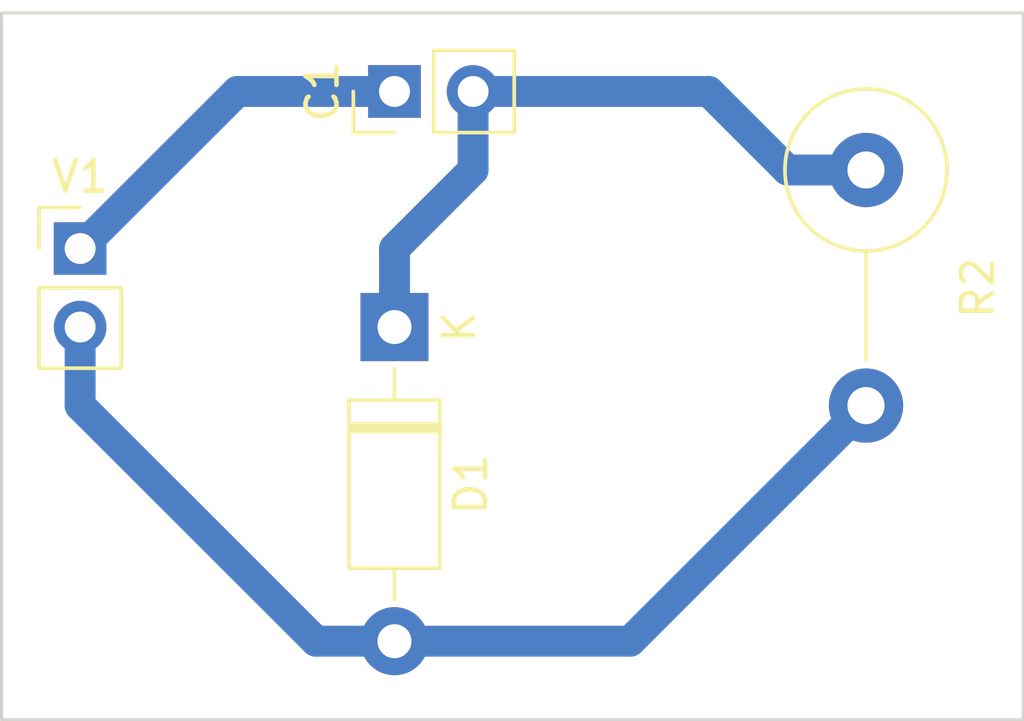
<source format=kicad_pcb>
(kicad_pcb (version 20240108) (generator "pcbnew") (generator_version "8.0")
  (layers (0 "F.Cu" signal) (31 "B.Cu" signal) (34 "B.Paste" user) (35 "F.Paste" user) (36 "B.SilkS" user "B.Silkscreen") (37 "F.SilkS" user "F.Silkscreen") (38 "B.Mask" user) (39 "F.Mask" user) (44 "Edge.Cuts" user))
  (net 0 "")
  (net 1 "Net-(D1-K)")
  (net 2 "Net-(C1-Pad1)")
  (net 3 "GND")
  (footprint "Connector_PinHeader_2.54mm:PinHeader_1x02_P2.54mm_Vertical" (layer "F.Cu") (at 20.32 22.86)
    (property "Reference" "V1" (at 0 -2.33 360) (layer "F.SilkS"))
    (property "Value" "VSIN")
    (fp_line (start -1.33 -1.33) (end 0 -1.33) (stroke (width 0.12)) (layer "F.SilkS"))
    (fp_line (start -1.33 0) (end -1.33 -1.33) (stroke (width 0.12)) (layer "F.SilkS"))
    (fp_line (start -1.33 1.27) (end -1.33 3.87) (stroke (width 0.12)) (layer "F.SilkS"))
    (fp_line (start -1.33 1.27) (end 1.33 1.27) (stroke (width 0.12)) (layer "F.SilkS"))
    (fp_line (start -1.33 3.87) (end 1.33 3.87) (stroke (width 0.12)) (layer "F.SilkS"))
    (fp_line (start 1.33 1.27) (end 1.33 3.87) (stroke (width 0.12)) (layer "F.SilkS"))
    (pad "1" thru_hole rect (at 0 0) (size 1.7 1.7) (drill 1) (layers "*.Cu" "*.Mask") (net 2 "Net-(C1-Pad1)"))
    (pad "2" thru_hole oval (at 0 2.54) (size 1.7 1.7) (drill 1) (layers "*.Cu" "*.Mask") (net 3 "GND"))
  )
  (footprint "Connector_PinHeader_2.54mm:PinHeader_1x02_P2.54mm_Vertical" (layer "F.Cu") (at 30.48 17.78 90)
    (property "Reference" "C1" (at 0 -2.33 90) (layer "F.SilkS"))
    (property "Value" "10000n")
    (fp_line (start -1.33 -1.33) (end 0 -1.33) (stroke (width 0.12)) (layer "F.SilkS"))
    (fp_line (start -1.33 0) (end -1.33 -1.33) (stroke (width 0.12)) (layer "F.SilkS"))
    (fp_line (start 1.33 1.27) (end 1.33 3.87) (stroke (width 0.12)) (layer "F.SilkS"))
    (fp_line (start -1.33 1.27) (end 1.33 1.27) (stroke (width 0.12)) (layer "F.SilkS"))
    (fp_line (start -1.33 1.27) (end -1.33 3.87) (stroke (width 0.12)) (layer "F.SilkS"))
    (fp_line (start -1.33 3.87) (end 1.33 3.87) (stroke (width 0.12)) (layer "F.SilkS"))
    (pad "1" thru_hole rect (at 0 0 90) (size 1.7 1.7) (drill 1) (layers "*.Cu" "*.Mask") (net 2 "Net-(C1-Pad1)"))
    (pad "2" thru_hole oval (at 0 2.54 90) (size 1.7 1.7) (drill 1) (layers "*.Cu" "*.Mask") (net 1 "Net-(D1-K)"))
  )
  (footprint "Resistor_THT:R_Axial_DIN0516_L15.5mm_D5.0mm_P7.62mm_Vertical" (layer "F.Cu") (at 45.72 20.32 -90)
    (property "Reference" "R2" (at 3.81 -3.62 90) (layer "F.SilkS"))
    (property "Value" "2k")
    (fp_line (start 2.62 0) (end 6.12 0) (stroke (width 0.12)) (layer "F.SilkS"))
    (fp_circle (center 0 0) (end 2.62 0) (stroke (width 0.12)) (fill none) (layer "F.SilkS"))
    (pad "1" thru_hole circle (at 0 0 270) (size 2.4 2.4) (drill 1.2) (layers "*.Cu" "*.Mask") (net 1 "Net-(D1-K)"))
    (pad "2" thru_hole oval (at 7.62 0 270) (size 2.4 2.4) (drill 1.2) (layers "*.Cu" "*.Mask") (net 3 "GND"))
  )
  (footprint "Diode_THT:D_DO-41_SOD81_P10.16mm_Horizontal" (layer "F.Cu") (at 30.48 25.4 -90)
    (property "Reference" "D1" (at 5.08 -2.47 90) (layer "F.SilkS"))
    (property "Value" "1N4007")
    (fp_line (start 2.36 1.47) (end 7.8 1.47) (stroke (width 0.12)) (layer "F.SilkS"))
    (fp_line (start 7.8 1.47) (end 7.8 -1.47) (stroke (width 0.12)) (layer "F.SilkS"))
    (fp_line (start 1.34 0) (end 2.36 0) (stroke (width 0.12)) (layer "F.SilkS"))
    (fp_line (start 8.82 0) (end 7.8 0) (stroke (width 0.12)) (layer "F.SilkS"))
    (fp_line (start 2.36 -1.47) (end 2.36 1.47) (stroke (width 0.12)) (layer "F.SilkS"))
    (fp_line (start 3.14 -1.47) (end 3.14 1.47) (stroke (width 0.12)) (layer "F.SilkS"))
    (fp_line (start 3.26 -1.47) (end 3.26 1.47) (stroke (width 0.12)) (layer "F.SilkS"))
    (fp_line (start 3.38 -1.47) (end 3.38 1.47) (stroke (width 0.12)) (layer "F.SilkS"))
    (fp_line (start 7.8 -1.47) (end 2.36 -1.47) (stroke (width 0.12)) (layer "F.SilkS"))
    (fp_text user "K" (at 0 -2.1 90) (layer "F.SilkS"))
    (pad "1" thru_hole rect (at 0 0 270) (size 2.2 2.2) (drill 1.1) (layers "*.Cu" "*.Mask") (net 1 "Net-(D1-K)"))
    (pad "2" thru_hole oval (at 10.16 0 270) (size 2.2 2.2) (drill 1.1) (layers "*.Cu" "*.Mask") (net 3 "GND"))
  )
  (gr_rect (start 17.78 15.24) (end 50.8 38.1) (stroke (width 0.1)) (fill none) (layer "Edge.Cuts"))
  (segment (start 40.64 17.78) (end 33.02 17.78) (width 1) (layer "B.Cu") (net 1))
  (segment (start 45.72 20.32) (end 43.18 20.32) (width 1) (layer "B.Cu") (net 1))
  (segment (start 33.02 20.32) (end 30.48 22.86) (width 1) (layer "B.Cu") (net 1))
  (segment (start 33.02 17.78) (end 33.02 20.32) (width 1) (layer "B.Cu") (net 1))
  (segment (start 43.18 20.32) (end 40.64 17.78) (width 1) (layer "B.Cu") (net 1))
  (segment (start 30.48 22.86) (end 30.48 25.4) (width 1) (layer "B.Cu") (net 1))
  (segment (start 25.4 17.78) (end 30.48 17.78) (width 1) (layer "B.Cu") (net 2))
  (segment (start 20.32 22.86) (end 25.4 17.78) (width 1) (layer "B.Cu") (net 2))
  (segment (start 30.48 35.56) (end 38.1 35.56) (width 1) (layer "B.Cu") (net 3))
  (segment (start 27.94 35.56) (end 20.32 27.94) (width 1) (layer "B.Cu") (net 3))
  (segment (start 38.1 35.56) (end 45.72 27.94) (width 1) (layer "B.Cu") (net 3))
  (segment (start 20.32 27.94) (end 20.32 25.4) (width 1) (layer "B.Cu") (net 3))
  (segment (start 30.48 35.56) (end 27.94 35.56) (width 1) (layer "B.Cu") (net 3))
)
</source>
